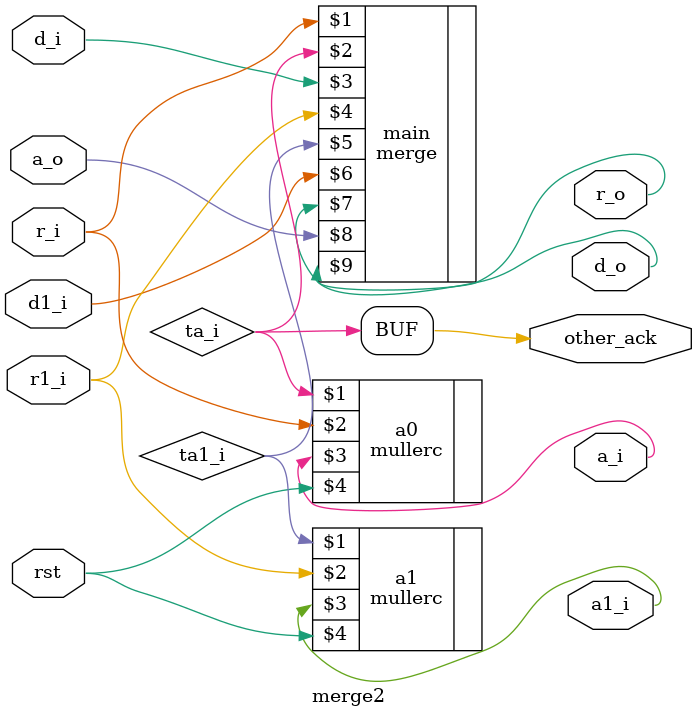
<source format=sv>
`ifndef __merge2

`include "merge.sv"
`include "../common/mullerc.sv"

module merge2 #(
    parameter Rpol = 1'b0, // reset polarity (rst=rpol => reset)

    parameter N = 32'b1,

    parameter NATIVE = 1'b1 // don't optimize
  ) (
  input r_i,
  output a_i,
  input [N-1:0] d_i,

  input r1_i,
  output a1_i,
  input [N-1:0] d1_i,

  output r_o,
  input a_o,
  output [N-1:0] d_o,

  input rst,

  output other_ack);

  wire ta_i, ta1_i;

  assign other_ack = ta_i;

  merge #(.N(N)) main (
    r_i, ta_i, d_i,
    r1_i, ta1_i, d1_i,
    r_o, a_o, d_o
    );

  mullerc #(.Rval(1'b0), .Rpol(Rpol), .NATIVE(NATIVE)) a0 (
    ta_i, r_i,
    a_i,
    rst
    );
  mullerc #(.Rval(1'b0), .Rpol(Rpol), .NATIVE(NATIVE)) a1 (
    ta1_i, r1_i,
    a1_i,
    rst
    );

endmodule

`define __merge2
`endif

</source>
